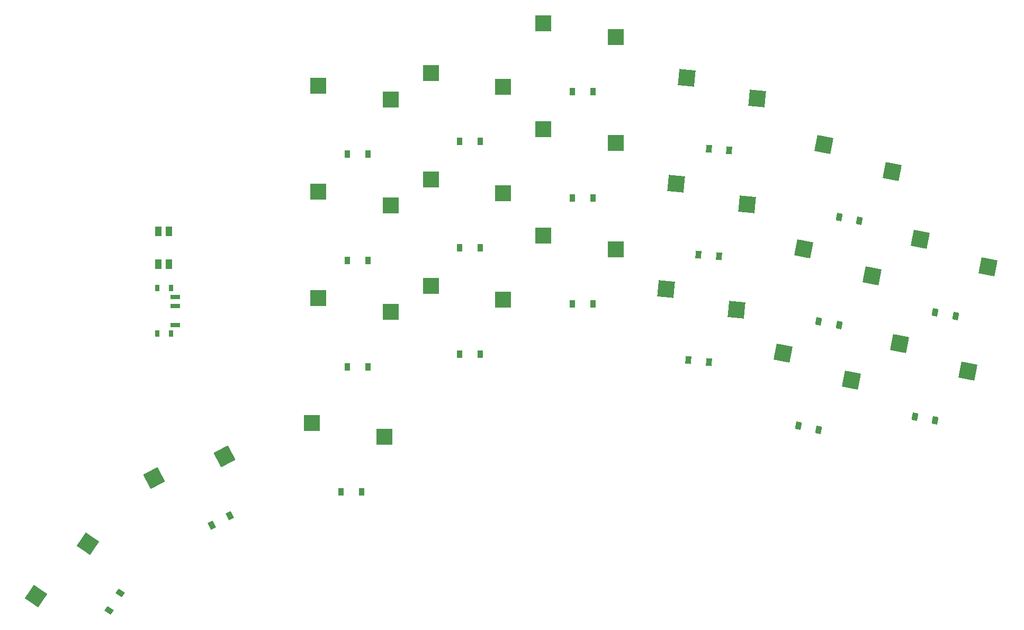
<source format=gbr>
%TF.GenerationSoftware,KiCad,Pcbnew,9.0.6*%
%TF.CreationDate,2025-12-30T20:42:03+01:00*%
%TF.ProjectId,right,72696768-742e-46b6-9963-61645f706362,v1.0.0*%
%TF.SameCoordinates,Original*%
%TF.FileFunction,Paste,Bot*%
%TF.FilePolarity,Positive*%
%FSLAX46Y46*%
G04 Gerber Fmt 4.6, Leading zero omitted, Abs format (unit mm)*
G04 Created by KiCad (PCBNEW 9.0.6) date 2025-12-30 20:42:03*
%MOMM*%
%LPD*%
G01*
G04 APERTURE LIST*
G04 Aperture macros list*
%AMRotRect*
0 Rectangle, with rotation*
0 The origin of the aperture is its center*
0 $1 length*
0 $2 width*
0 $3 Rotation angle, in degrees counterclockwise*
0 Add horizontal line*
21,1,$1,$2,0,0,$3*%
G04 Aperture macros list end*
%ADD10R,0.900000X1.200000*%
%ADD11RotRect,0.900000X1.200000X354.500000*%
%ADD12RotRect,2.600000X2.600000X349.000000*%
%ADD13R,2.600000X2.600000*%
%ADD14RotRect,2.600000X2.600000X354.500000*%
%ADD15RotRect,0.900000X1.200000X349.000000*%
%ADD16RotRect,0.900000X1.200000X28.000000*%
%ADD17R,1.000000X1.550000*%
%ADD18RotRect,2.600000X2.600000X28.000000*%
%ADD19RotRect,0.900000X1.200000X56.000000*%
%ADD20RotRect,2.600000X2.600000X56.000000*%
%ADD21R,0.800000X1.000000*%
%ADD22R,1.500000X0.700000*%
G04 APERTURE END LIST*
D10*
%TO.C,D34*%
X179350010Y-116950005D03*
X182650010Y-116950005D03*
%TD*%
D11*
%TO.C,D25*%
X235531865Y-116000160D03*
X238816673Y-116316448D03*
%TD*%
D12*
%TO.C,S39*%
X267694099Y-130285997D03*
X278612113Y-134649423D03*
%TD*%
D13*
%TO.C,S35*%
X174725009Y-89000005D03*
X186275007Y-91200005D03*
%TD*%
D12*
%TO.C,S23*%
X255558269Y-98384247D03*
X266476283Y-102747673D03*
%TD*%
D14*
%TO.C,S26*%
X233607047Y-87735552D03*
X244893013Y-91032443D03*
%TD*%
D12*
%TO.C,S40*%
X270937846Y-113598339D03*
X281855860Y-117961765D03*
%TD*%
D15*
%TO.C,D23*%
X258008929Y-110015563D03*
X261248299Y-110645233D03*
%TD*%
%TO.C,D21*%
X251521432Y-143390876D03*
X254760802Y-144020546D03*
%TD*%
D10*
%TO.C,D31*%
X197350007Y-114950000D03*
X200650007Y-114950000D03*
%TD*%
D16*
%TO.C,D37*%
X157689465Y-159300715D03*
X160603191Y-157751461D03*
%TD*%
D13*
%TO.C,S33*%
X174725009Y-123000010D03*
X186275007Y-125200010D03*
%TD*%
%TO.C,S28*%
X210725012Y-96000004D03*
X222275010Y-98200004D03*
%TD*%
%TO.C,S34*%
X174725011Y-106000003D03*
X186275009Y-108200003D03*
%TD*%
%TO.C,S36*%
X173725010Y-143000007D03*
X185275008Y-145200007D03*
%TD*%
D10*
%TO.C,D35*%
X179350008Y-99950001D03*
X182650008Y-99950001D03*
%TD*%
D17*
%TO.C,RST1*%
X149150008Y-117575012D03*
X150850009Y-117575013D03*
X149150009Y-112325011D03*
X150850010Y-112325012D03*
%TD*%
D18*
%TO.C,S37*%
X148465116Y-151803746D03*
X159695998Y-148323835D03*
%TD*%
D10*
%TO.C,D27*%
X215350011Y-123950007D03*
X218650011Y-123950007D03*
%TD*%
%TO.C,D30*%
X197350003Y-131950004D03*
X200650003Y-131950004D03*
%TD*%
%TO.C,D33*%
X179350003Y-133949996D03*
X182650003Y-133949996D03*
%TD*%
D13*
%TO.C,S32*%
X192725008Y-87000008D03*
X204275006Y-89200008D03*
%TD*%
%TO.C,S31*%
X192725007Y-104000002D03*
X204275005Y-106200002D03*
%TD*%
D14*
%TO.C,S24*%
X230348291Y-121579018D03*
X241634257Y-124875909D03*
%TD*%
D11*
%TO.C,D24*%
X233902483Y-132921886D03*
X237187291Y-133238174D03*
%TD*%
D12*
%TO.C,S22*%
X252314510Y-115071907D03*
X263232524Y-119435333D03*
%TD*%
D15*
%TO.C,D40*%
X273388515Y-125229637D03*
X276627885Y-125859307D03*
%TD*%
D10*
%TO.C,D28*%
X215350007Y-106950001D03*
X218650007Y-106950001D03*
%TD*%
%TO.C,D29*%
X215350007Y-89950002D03*
X218650007Y-89950002D03*
%TD*%
D13*
%TO.C,S30*%
X192725009Y-121000004D03*
X204275007Y-123200004D03*
%TD*%
D19*
%TO.C,D38*%
X141230844Y-172915631D03*
X143076172Y-170179805D03*
%TD*%
D20*
%TO.C,S38*%
X129566615Y-170626764D03*
X137849177Y-162281604D03*
%TD*%
D13*
%TO.C,S29*%
X210725004Y-79000015D03*
X222275002Y-81200015D03*
%TD*%
D11*
%TO.C,D26*%
X237161244Y-99078422D03*
X240446052Y-99394710D03*
%TD*%
D12*
%TO.C,S21*%
X249070766Y-131759577D03*
X259988780Y-136123003D03*
%TD*%
D14*
%TO.C,S25*%
X231977674Y-104657283D03*
X243263640Y-107954174D03*
%TD*%
D15*
%TO.C,D22*%
X254765178Y-126703221D03*
X258004548Y-127332891D03*
%TD*%
D21*
%TO.C,PWR1*%
X151177729Y-121389019D03*
X151177722Y-128689024D03*
X148967723Y-128689011D03*
X148967720Y-121389015D03*
D22*
X151827720Y-127289020D03*
X151827717Y-124289017D03*
X151827719Y-122789018D03*
%TD*%
D10*
%TO.C,D32*%
X197350006Y-97949999D03*
X200650006Y-97949999D03*
%TD*%
%TO.C,D36*%
X178350003Y-153950007D03*
X181650003Y-153950007D03*
%TD*%
D15*
%TO.C,D39*%
X270144763Y-141917309D03*
X273384133Y-142546979D03*
%TD*%
D13*
%TO.C,S27*%
X210725002Y-113000000D03*
X222275000Y-115200000D03*
%TD*%
M02*

</source>
